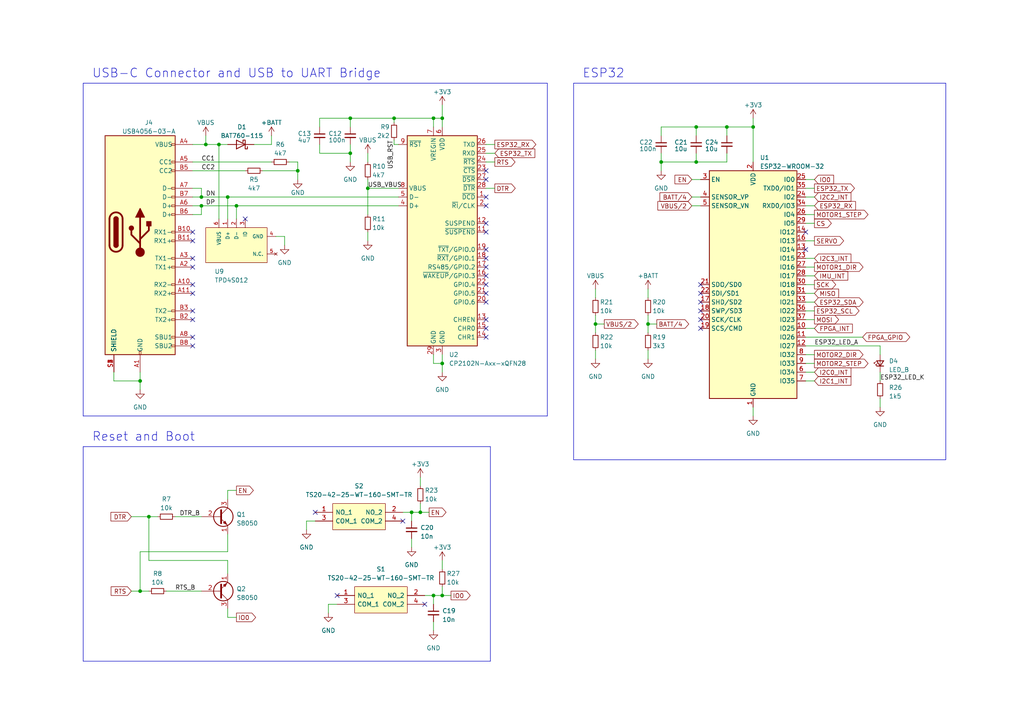
<source format=kicad_sch>
(kicad_sch (version 20230121) (generator eeschema)
  (paper "A4")
  (lib_symbols
    (symbol "Device:C_Small" (pin_numbers hide) (pin_names (offset 0.254) hide)
      (property "Reference" "C" (at 0.254 1.778 0))
      (property "Value" "C_Small" (at 0.254 -2.032 0))
      (symbol "C_Small_1_1"
        (pin passive line (at 0 2.54 270) (length 2.032) (name "~") (number "1"))
        (pin passive line (at 0 -2.54 90) (length 2.032) (name "~") (number "2"))
      )
    )
    (symbol "Device:D_Schottky" (pin_numbers hide) (pin_names (offset 1.016) hide)
      (property "Reference" "D" (at 0 2.54 0))
      (property "Value" "D_Schottky" (at 0 -2.54 0))
      (symbol "D_Schottky_1_1"
        (pin passive line (at -3.81 0 0) (length 2.54) (name "K") (number "1"))
        (pin passive line (at 3.81 0 180) (length 2.54) (name "A") (number "2"))
      )
    )
    (symbol "Device:LED_Small" (pin_numbers hide) (pin_names (offset 0.254) hide)
      (property "Reference" "D" (at -1.27 3.175 0))
      (property "Value" "LED_Small" (at -4.445 -2.54 0))
      (symbol "LED_Small_1_1"
        (pin passive line (at -2.54 0 0) (length 1.778) (name "K") (number "1"))
        (pin passive line (at 2.54 0 180) (length 1.778) (name "A") (number "2"))
      )
    )
    (symbol "Device:R_Small" (pin_numbers hide) (pin_names (offset 0.254) hide)
      (property "Reference" "R" (at 0.762 0.508 0))
      (property "Value" "R_Small" (at 0.762 -1.016 0))
      (symbol "R_Small_1_1"
        (pin passive line (at 0 2.54 270) (length 0.762) (name "~") (number "1"))
        (pin passive line (at 0 -2.54 90) (length 0.762) (name "~") (number "2"))
      )
    )
    (symbol "Interface_USB:CP2102N-Axx-xQFN28"
      (property "Reference" "U2" (at 1.9559 -33.02 0))
      (property "Value" "CP2102N-Axx-xQFN28" (at 1.9559 -35.56 0))
      (symbol "CP2102N-Axx-xQFN28_1_1"
        (pin input line (at 12.7 12.7 180) (length 2.54) (name "~{DCD}") (number "1"))
        (pin no_connect line (at -10.16 -27.94 0) (length 2.54) hide (name "NC") (number "10"))
        (pin output line (at 12.7 2.54 180) (length 2.54) (name "~{SUSPEND}") (number "11"))
        (pin output line (at 12.7 5.08 180) (length 2.54) (name "SUSPEND") (number "12"))
        (pin output line (at 12.7 -22.86 180) (length 2.54) (name "CHREN") (number "13"))
        (pin output line (at 12.7 -27.94 180) (length 2.54) (name "CHR1") (number "14"))
        (pin output line (at 12.7 -25.4 180) (length 2.54) (name "CHR0") (number "15"))
        (pin bidirectional line (at 12.7 -10.16 180) (length 2.54) (name "~{WAKEUP}/GPIO.3") (number "16"))
        (pin bidirectional line (at 12.7 -7.62 180) (length 2.54) (name "RS485/GPIO.2") (number "17"))
        (pin bidirectional line (at 12.7 -5.08 180) (length 2.54) (name "~{RXT}/GPIO.1") (number "18"))
        (pin bidirectional line (at 12.7 -2.54 180) (length 2.54) (name "~{TXT}/GPIO.0") (number "19"))
        (pin bidirectional line (at 12.7 10.16 180) (length 2.54) (name "~{RI}/CLK") (number "2"))
        (pin bidirectional line (at 12.7 -17.78 180) (length 2.54) (name "GPIO.6") (number "20"))
        (pin bidirectional line (at 12.7 -15.24 180) (length 2.54) (name "GPIO.5") (number "21"))
        (pin bidirectional line (at 12.7 -12.7 180) (length 2.54) (name "GPIO.4") (number "22"))
        (pin input line (at 12.7 20.32 180) (length 2.54) (name "~{CTS}") (number "23"))
        (pin output line (at 12.7 22.86 180) (length 2.54) (name "~{RTS}") (number "24"))
        (pin input line (at 12.7 25.4 180) (length 2.54) (name "RXD") (number "25"))
        (pin output line (at 12.7 27.94 180) (length 2.54) (name "TXD") (number "26"))
        (pin input line (at 12.7 17.78 180) (length 2.54) (name "~{DSR}") (number "27"))
        (pin output line (at 12.7 15.24 180) (length 2.54) (name "~{DTR}") (number "28"))
        (pin passive line (at -2.54 -33.02 90) (length 2.54) (name "GND") (number "29"))
        (pin power_in line (at 0 -33.02 90) (length 2.54) (name "GND") (number "3"))
        (pin bidirectional line (at -12.7 10.16 0) (length 2.54) (name "D+") (number "4"))
        (pin bidirectional line (at -12.7 12.7 0) (length 2.54) (name "D-") (number "5"))
        (pin power_in line (at 0 33.02 270) (length 2.54) (name "VDD") (number "6"))
        (pin power_in line (at -2.54 33.02 270) (length 2.54) (name "VREGIN") (number "7"))
        (pin input line (at -12.7 15.24 0) (length 2.54) (name "VBUS") (number "8"))
        (pin input line (at -12.7 27.94 0) (length 2.54) (name "~{RST}") (number "9"))
      )
    )
    (symbol "RF_Module:ESP32-WROOM-32"
      (property "Reference" "U" (at -12.7 34.29 0))
      (property "Value" "ESP32-WROOM-32" (at 1.27 34.29 0))
      (symbol "ESP32-WROOM-32_1_1"
        (pin power_in line (at 0 -35.56 90) (length 2.54) (name "GND") (number "1"))
        (pin bidirectional line (at 15.24 -12.7 180) (length 2.54) (name "IO25") (number "10"))
        (pin bidirectional line (at 15.24 -15.24 180) (length 2.54) (name "IO26") (number "11"))
        (pin bidirectional line (at 15.24 -17.78 180) (length 2.54) (name "IO27") (number "12"))
        (pin bidirectional line (at 15.24 10.16 180) (length 2.54) (name "IO14") (number "13"))
        (pin bidirectional line (at 15.24 15.24 180) (length 2.54) (name "IO12") (number "14"))
        (pin passive line (at 0 -35.56 90) (length 2.54) hide (name "GND") (number "15"))
        (pin bidirectional line (at 15.24 12.7 180) (length 2.54) (name "IO13") (number "16"))
        (pin bidirectional line (at -15.24 -5.08 0) (length 2.54) (name "SHD/SD2") (number "17"))
        (pin bidirectional line (at -15.24 -7.62 0) (length 2.54) (name "SWP/SD3") (number "18"))
        (pin bidirectional line (at -15.24 -12.7 0) (length 2.54) (name "SCS/CMD") (number "19"))
        (pin power_in line (at 0 35.56 270) (length 2.54) (name "VDD") (number "2"))
        (pin bidirectional line (at -15.24 -10.16 0) (length 2.54) (name "SCK/CLK") (number "20"))
        (pin bidirectional line (at -15.24 0 0) (length 2.54) (name "SDO/SD0") (number "21"))
        (pin bidirectional line (at -15.24 -2.54 0) (length 2.54) (name "SDI/SD1") (number "22"))
        (pin bidirectional line (at 15.24 7.62 180) (length 2.54) (name "IO15") (number "23"))
        (pin bidirectional line (at 15.24 25.4 180) (length 2.54) (name "IO2") (number "24"))
        (pin bidirectional line (at 15.24 30.48 180) (length 2.54) (name "IO0") (number "25"))
        (pin bidirectional line (at 15.24 20.32 180) (length 2.54) (name "IO4") (number "26"))
        (pin bidirectional line (at 15.24 5.08 180) (length 2.54) (name "IO16") (number "27"))
        (pin bidirectional line (at 15.24 2.54 180) (length 2.54) (name "IO17") (number "28"))
        (pin bidirectional line (at 15.24 17.78 180) (length 2.54) (name "IO5") (number "29"))
        (pin input line (at -15.24 30.48 0) (length 2.54) (name "EN") (number "3"))
        (pin bidirectional line (at 15.24 0 180) (length 2.54) (name "IO18") (number "30"))
        (pin bidirectional line (at 15.24 -2.54 180) (length 2.54) (name "IO19") (number "31"))
        (pin no_connect line (at -12.7 -27.94 0) (length 2.54) hide (name "NC") (number "32"))
        (pin bidirectional line (at 15.24 -5.08 180) (length 2.54) (name "IO21") (number "33"))
        (pin bidirectional line (at 15.24 22.86 180) (length 2.54) (name "RXD0/IO3") (number "34"))
        (pin bidirectional line (at 15.24 27.94 180) (length 2.54) (name "TXD0/IO1") (number "35"))
        (pin bidirectional line (at 15.24 -7.62 180) (length 2.54) (name "IO22") (number "36"))
        (pin bidirectional line (at 15.24 -10.16 180) (length 2.54) (name "IO23") (number "37"))
        (pin passive line (at 0 -35.56 90) (length 2.54) hide (name "GND") (number "38"))
        (pin passive line (at 0 -35.56 90) (length 2.54) hide (name "GND") (number "39"))
        (pin input line (at -15.24 25.4 0) (length 2.54) (name "SENSOR_VP") (number "4"))
        (pin input line (at -15.24 22.86 0) (length 2.54) (name "SENSOR_VN") (number "5"))
        (pin input line (at 15.24 -25.4 180) (length 2.54) (name "IO34") (number "6"))
        (pin input line (at 15.24 -27.94 180) (length 2.54) (name "IO35") (number "7"))
        (pin bidirectional line (at 15.24 -20.32 180) (length 2.54) (name "IO32") (number "8"))
        (pin bidirectional line (at 15.24 -22.86 180) (length 2.54) (name "IO33") (number "9"))
      )
    )
    (symbol "TPD4S012:TPD4S012" (pin_names (offset 1.016))
      (property "Reference" "U" (at 1.27 -8.89 0))
      (property "Value" "TPD4S012" (at 1.27 -11.43 0))
      (symbol "TPD4S012_0_0"
        (pin bidirectional line (at -2.54 7.62 270) (length 2.54) (name "D+") (number "1"))
        (pin bidirectional line (at 0 7.62 270) (length 2.54) (name "D-") (number "2"))
        (pin bidirectional line (at 2.54 7.62 270) (length 2.54) (name "ID") (number "3"))
        (pin power_in line (at 11.43 2.54 180) (length 2.54) (name "GND") (number "4"))
        (pin no_connect line (at 11.43 -2.54 180) (length 2.54) (name "N.C.") (number "5"))
        (pin bidirectional line (at -5.08 7.62 270) (length 2.54) (name "VBUS") (number "6"))
      )
    )
    (symbol "TS20-42-25-WT-160-SMT-TR:TS20-42-25-WT-160-SMT-TR" (pin_names (offset 0.762))
      (property "Reference" "S" (at 26.67 7.62 0))
      (property "Value" "TS20-42-25-WT-160-SMT-TR" (at 26.67 5.08 0))
      (symbol "TS20-42-25-WT-160-SMT-TR_0_0"
        (pin passive line (at 5.08 0 0) (length 5.08) (name "NO_1") (number "1"))
        (pin passive line (at 30.48 0 180) (length 5.08) (name "NO_2") (number "2"))
        (pin passive line (at 5.08 -2.54 0) (length 5.08) (name "COM_1") (number "3"))
        (pin passive line (at 30.48 -2.54 180) (length 5.08) (name "COM_2") (number "4"))
      )
    )
    (symbol "Transistor_BJT:S8050" (pin_names (offset 0) hide)
      (property "Reference" "Q" (at 5.08 1.905 0))
      (property "Value" "S8050" (at 5.08 0 0))
      (symbol "S8050_1_1"
        (pin passive line (at 2.54 -5.08 90) (length 2.54) (name "E") (number "1"))
        (pin input line (at -5.08 0 0) (length 5.08) (name "B") (number "2"))
        (pin passive line (at 2.54 5.08 270) (length 2.54) (name "C") (number "3"))
      )
    )
    (symbol "USB4056-03-A:USB4056-03-A" (pin_names (offset 0.762))
      (property "Reference" "J" (at -8.89 36.195 0))
      (property "Value" "USB4056-03-A" (at -8.89 33.655 0))
      (symbol "USB4056-03-A_1_1"
        (pin passive line (at -1.27 -36.83 90) (length 5.08) (name "GND") (number "A1"))
        (pin bidirectional line (at 13.97 -11.43 180) (length 5.08) (name "RX2-") (number "A10"))
        (pin bidirectional line (at 13.97 -13.97 180) (length 5.08) (name "RX2+") (number "A11"))
        (pin passive line (at -1.27 -36.83 90) (length 5.08) hide (name "GND") (number "A12"))
        (pin bidirectional line (at 13.97 -6.35 180) (length 5.08) (name "TX1+") (number "A2"))
        (pin bidirectional line (at 13.97 -3.81 180) (length 5.08) (name "TX1-") (number "A3"))
        (pin passive line (at 13.97 29.21 180) (length 5.08) (name "VBUS") (number "A4"))
        (pin bidirectional line (at 13.97 24.13 180) (length 5.08) (name "CC1") (number "A5"))
        (pin bidirectional line (at 13.97 11.43 180) (length 5.08) (name "D+") (number "A6"))
        (pin bidirectional line (at 13.97 16.51 180) (length 5.08) (name "D-") (number "A7"))
        (pin bidirectional line (at 13.97 -26.67 180) (length 5.08) (name "SBU1") (number "A8"))
        (pin passive line (at 13.97 29.21 180) (length 5.08) hide (name "VBUS") (number "A9"))
        (pin passive line (at -1.27 -36.83 90) (length 5.08) hide (name "GND") (number "B1"))
        (pin bidirectional line (at 13.97 3.81 180) (length 5.08) (name "RX1-") (number "B10"))
        (pin bidirectional line (at 13.97 1.27 180) (length 5.08) (name "RX1+") (number "B11"))
        (pin passive line (at -1.27 -36.83 90) (length 5.08) hide (name "GND") (number "B12"))
        (pin bidirectional line (at 13.97 -21.59 180) (length 5.08) (name "TX2+") (number "B2"))
        (pin bidirectional line (at 13.97 -19.05 180) (length 5.08) (name "TX2-") (number "B3"))
        (pin passive line (at 13.97 29.21 180) (length 5.08) hide (name "VBUS") (number "B4"))
        (pin bidirectional line (at 13.97 21.59 180) (length 5.08) (name "CC2") (number "B5"))
        (pin bidirectional line (at 13.97 8.89 180) (length 5.08) (name "D+") (number "B6"))
        (pin bidirectional line (at 13.97 13.97 180) (length 5.08) (name "D-") (number "B7"))
        (pin bidirectional line (at 13.97 -29.21 180) (length 5.08) (name "SBU2") (number "B8"))
        (pin passive line (at 13.97 29.21 180) (length 5.08) hide (name "VBUS") (number "B9"))
        (pin passive line (at -8.89 -36.83 90) (length 5.08) (name "SHIELD") (number "S1"))
        (pin passive line (at -8.89 -36.83 90) (length 5.08) (name "SHIELD") (number "S2"))
        (pin passive line (at -8.89 -36.83 90) (length 5.08) (name "SHIELD") (number "S3"))
        (pin passive line (at -8.89 -36.83 90) (length 5.08) (name "SHIELD") (number "S4"))
      )
    )
    (symbol "power:+3V3" (power) (pin_names (offset 0))
      (property "Value" "+3V3" (at 0 3.556 0))
      (symbol "+3V3_1_1"
        (pin power_in line (at 0 0 90) (length 0) hide (name "+3V3") (number "1"))
      )
    )
    (symbol "power:+BATT" (power) (pin_names (offset 0))
      (property "Value" "+BATT" (at 0 3.556 0))
      (symbol "+BATT_1_1"
        (pin power_in line (at 0 0 90) (length 0) hide (name "+BATT") (number "1"))
      )
    )
    (symbol "power:GND" (power) (pin_names (offset 0))
      (property "Value" "GND" (at 0 -3.81 0))
      (symbol "GND_1_1"
        (pin power_in line (at 0 0 270) (length 0) hide (name "GND") (number "1"))
      )
    )
    (symbol "power:VBUS" (power) (pin_names (offset 0))
      (property "Value" "VBUS" (at 0 3.81 0))
      (symbol "VBUS_1_1"
        (pin power_in line (at 0 0 90) (length 0) hide (name "VBUS") (number "1"))
      )
    )
  )
  (junction (at 125.73 34.29))
  (junction (at 121.92 148.59))
  (junction (at 86.36 49.53))
  (junction (at 201.93 36.83))
  (junction (at 58.42 57.15))
  (junction (at 63.5 41.91))
  (junction (at 191.77 46.99))
  (junction (at 128.27 34.29))
  (junction (at 218.44 36.83))
  (junction (at 101.6 34.29))
  (junction (at 43.18 149.86))
  (junction (at 68.58 59.69))
  (junction (at 106.68 54.61))
  (junction (at 114.3 34.29))
  (junction (at 40.64 110.49))
  (junction (at 128.27 105.41))
  (junction (at 58.42 59.69))
  (junction (at 119.38 148.59))
  (junction (at 187.96 93.98))
  (junction (at 172.72 93.98))
  (junction (at 40.64 171.45))
  (junction (at 101.6 44.45))
  (junction (at 66.04 57.15))
  (junction (at 59.69 41.91))
  (junction (at 128.27 172.72))
  (junction (at 125.73 172.72))
  (junction (at 210.82 36.83))
  (junction (at 201.93 46.99))
  (no_connect (at 55.88 90.17))
  (no_connect (at 140.97 74.93))
  (no_connect (at 140.97 67.31))
  (no_connect (at 233.68 67.31))
  (no_connect (at 203.2 95.25))
  (no_connect (at 140.97 57.15))
  (no_connect (at 140.97 87.63))
  (no_connect (at 55.88 100.33))
  (no_connect (at 91.44 148.59))
  (no_connect (at 140.97 59.69))
  (no_connect (at 233.68 72.39))
  (no_connect (at 55.88 92.71))
  (no_connect (at 55.88 85.09))
  (no_connect (at 55.88 97.79))
  (no_connect (at 123.19 175.26))
  (no_connect (at 55.88 74.93))
  (no_connect (at 203.2 87.63))
  (no_connect (at 203.2 90.17))
  (no_connect (at 55.88 69.85))
  (no_connect (at 55.88 82.55))
  (no_connect (at 140.97 80.01))
  (no_connect (at 203.2 82.55))
  (no_connect (at 203.2 85.09))
  (no_connect (at 140.97 72.39))
  (no_connect (at 97.79 172.72))
  (no_connect (at 140.97 92.71))
  (no_connect (at 203.2 92.71))
  (no_connect (at 140.97 77.47))
  (no_connect (at 140.97 95.25))
  (no_connect (at 140.97 49.53))
  (no_connect (at 116.84 151.13))
  (no_connect (at 140.97 64.77))
  (no_connect (at 55.88 67.31))
  (no_connect (at 71.12 63.5))
  (no_connect (at 55.88 77.47))
  (no_connect (at 140.97 52.07))
  (no_connect (at 140.97 97.79))
  (no_connect (at 140.97 82.55))
  (no_connect (at 140.97 85.09))
  (wire (pts (xy 66.04 41.91) (xy 63.5 41.91)))
  (wire (pts (xy 38.1 171.45) (xy 40.64 171.45)))
  (wire (pts (xy 114.3 41.91) (xy 115.57 41.91)))
  (wire (pts (xy 66.04 57.15) (xy 66.04 63.5)))
  (wire (pts (xy 106.68 54.61) (xy 106.68 52.07)))
  (wire (pts (xy 191.77 36.83) (xy 201.93 36.83)))
  (wire (pts (xy 210.82 36.83) (xy 218.44 36.83)))
  (wire (pts (xy 236.22 54.61) (xy 233.68 54.61)))
  (wire (pts (xy 172.72 83.82) (xy 172.72 86.36)))
  (wire (pts (xy 201.93 36.83) (xy 210.82 36.83)))
  (wire (pts (xy 191.77 46.99) (xy 191.77 49.53)))
  (wire (pts (xy 66.04 179.07) (xy 66.04 176.53)))
  (wire (pts (xy 88.9 151.13) (xy 91.44 151.13)))
  (wire (pts (xy 236.22 64.77) (xy 233.68 64.77)))
  (wire (pts (xy 200.66 57.15) (xy 203.2 57.15)))
  (wire (pts (xy 58.42 57.15) (xy 66.04 57.15)))
  (wire (pts (xy 116.84 148.59) (xy 119.38 148.59)))
  (wire (pts (xy 55.88 62.23) (xy 58.42 62.23)))
  (wire (pts (xy 201.93 44.45) (xy 201.93 46.99)))
  (wire (pts (xy 86.36 46.99) (xy 86.36 49.53)))
  (wire (pts (xy 187.96 104.14) (xy 187.96 101.6)))
  (wire (pts (xy 63.5 63.5) (xy 63.5 41.91)))
  (wire (pts (xy 236.22 105.41) (xy 233.68 105.41)))
  (wire (pts (xy 66.04 166.37) (xy 66.04 162.56)))
  (wire (pts (xy 68.58 59.69) (xy 115.57 59.69)))
  (polyline (pts (xy 142.24 191.77) (xy 24.13 191.77)))
  (wire (pts (xy 128.27 107.95) (xy 128.27 105.41)))
  (wire (pts (xy 95.25 175.26) (xy 97.79 175.26)))
  (wire (pts (xy 187.96 93.98) (xy 190.5 93.98)))
  (wire (pts (xy 128.27 162.56) (xy 128.27 165.1)))
  (wire (pts (xy 58.42 59.69) (xy 58.42 62.23)))
  (wire (pts (xy 128.27 172.72) (xy 130.81 172.72)))
  (wire (pts (xy 43.18 149.86) (xy 45.72 149.86)))
  (wire (pts (xy 82.55 71.12) (xy 82.55 68.58)))
  (wire (pts (xy 106.68 54.61) (xy 106.68 62.23)))
  (wire (pts (xy 187.96 83.82) (xy 187.96 86.36)))
  (wire (pts (xy 172.72 104.14) (xy 172.72 101.6)))
  (wire (pts (xy 187.96 93.98) (xy 187.96 96.52)))
  (wire (pts (xy 236.22 82.55) (xy 233.68 82.55)))
  (polyline (pts (xy 158.75 120.65) (xy 24.13 120.65)))
  (wire (pts (xy 78.74 41.91) (xy 73.66 41.91)))
  (wire (pts (xy 236.22 80.01) (xy 233.68 80.01)))
  (wire (pts (xy 101.6 34.29) (xy 114.3 34.29)))
  (wire (pts (xy 68.58 142.24) (xy 66.04 142.24)))
  (wire (pts (xy 172.72 93.98) (xy 172.72 96.52)))
  (wire (pts (xy 236.22 92.71) (xy 233.68 92.71)))
  (wire (pts (xy 106.68 69.85) (xy 106.68 67.31)))
  (wire (pts (xy 125.73 105.41) (xy 128.27 105.41)))
  (polyline (pts (xy 24.13 24.13) (xy 158.75 24.13)))
  (wire (pts (xy 59.69 41.91) (xy 59.69 39.37)))
  (wire (pts (xy 210.82 36.83) (xy 210.82 39.37)))
  (wire (pts (xy 236.22 107.95) (xy 233.68 107.95)))
  (wire (pts (xy 125.73 172.72) (xy 125.73 175.26)))
  (wire (pts (xy 58.42 59.69) (xy 68.58 59.69)))
  (wire (pts (xy 106.68 44.45) (xy 106.68 46.99)))
  (wire (pts (xy 218.44 36.83) (xy 218.44 46.99)))
  (wire (pts (xy 119.38 148.59) (xy 121.92 148.59)))
  (wire (pts (xy 43.18 149.86) (xy 43.18 162.56)))
  (wire (pts (xy 128.27 34.29) (xy 128.27 36.83)))
  (wire (pts (xy 128.27 170.18) (xy 128.27 172.72)))
  (wire (pts (xy 66.04 154.94) (xy 66.04 160.02)))
  (wire (pts (xy 40.64 110.49) (xy 33.02 110.49)))
  (wire (pts (xy 125.73 36.83) (xy 125.73 34.29)))
  (wire (pts (xy 123.19 172.72) (xy 125.73 172.72)))
  (wire (pts (xy 125.73 34.29) (xy 114.3 34.29)))
  (wire (pts (xy 95.25 177.8) (xy 95.25 175.26)))
  (wire (pts (xy 80.01 68.58) (xy 82.55 68.58)))
  (wire (pts (xy 68.58 179.07) (xy 66.04 179.07)))
  (wire (pts (xy 40.64 171.45) (xy 43.18 171.45)))
  (polyline (pts (xy 274.32 133.35) (xy 166.37 133.35)))
  (wire (pts (xy 200.66 52.07) (xy 203.2 52.07)))
  (wire (pts (xy 66.04 142.24) (xy 66.04 144.78)))
  (wire (pts (xy 218.44 34.29) (xy 218.44 36.83)))
  (wire (pts (xy 119.38 156.21) (xy 119.38 158.75)))
  (polyline (pts (xy 24.13 129.54) (xy 142.24 129.54)))
  (wire (pts (xy 40.64 113.03) (xy 40.64 110.49)))
  (wire (pts (xy 236.22 110.49) (xy 233.68 110.49)))
  (wire (pts (xy 125.73 172.72) (xy 128.27 172.72)))
  (wire (pts (xy 143.51 44.45) (xy 140.97 44.45)))
  (wire (pts (xy 92.71 44.45) (xy 101.6 44.45)))
  (wire (pts (xy 66.04 162.56) (xy 43.18 162.56)))
  (wire (pts (xy 236.22 74.93) (xy 233.68 74.93)))
  (wire (pts (xy 55.88 54.61) (xy 58.42 54.61)))
  (wire (pts (xy 236.22 85.09) (xy 233.68 85.09)))
  (wire (pts (xy 125.73 34.29) (xy 128.27 34.29)))
  (wire (pts (xy 50.8 149.86) (xy 58.42 149.86)))
  (wire (pts (xy 236.22 59.69) (xy 233.68 59.69)))
  (polyline (pts (xy 158.75 24.13) (xy 158.75 120.65)))
  (wire (pts (xy 233.68 97.79) (xy 250.19 97.79)))
  (wire (pts (xy 191.77 39.37) (xy 191.77 36.83)))
  (wire (pts (xy 40.64 160.02) (xy 40.64 171.45)))
  (wire (pts (xy 33.02 110.49) (xy 33.02 107.95)))
  (wire (pts (xy 121.92 146.05) (xy 121.92 148.59)))
  (wire (pts (xy 218.44 120.65) (xy 218.44 118.11)))
  (wire (pts (xy 255.27 102.87) (xy 255.27 100.33)))
  (wire (pts (xy 101.6 44.45) (xy 101.6 41.91)))
  (polyline (pts (xy 166.37 24.13) (xy 274.32 24.13)))
  (wire (pts (xy 210.82 46.99) (xy 210.82 44.45)))
  (wire (pts (xy 38.1 149.86) (xy 43.18 149.86)))
  (wire (pts (xy 191.77 44.45) (xy 191.77 46.99)))
  (wire (pts (xy 66.04 160.02) (xy 40.64 160.02)))
  (wire (pts (xy 101.6 46.99) (xy 101.6 44.45)))
  (wire (pts (xy 114.3 40.64) (xy 114.3 41.91)))
  (wire (pts (xy 200.66 59.69) (xy 203.2 59.69)))
  (wire (pts (xy 78.74 39.37) (xy 78.74 41.91)))
  (wire (pts (xy 88.9 153.67) (xy 88.9 151.13)))
  (wire (pts (xy 143.51 41.91) (xy 140.97 41.91)))
  (wire (pts (xy 236.22 52.07) (xy 233.68 52.07)))
  (wire (pts (xy 236.22 57.15) (xy 233.68 57.15)))
  (polyline (pts (xy 24.13 129.54) (xy 24.13 191.77)))
  (wire (pts (xy 55.88 59.69) (xy 58.42 59.69)))
  (polyline (pts (xy 142.24 129.54) (xy 142.24 191.77)))
  (wire (pts (xy 66.04 57.15) (xy 115.57 57.15)))
  (wire (pts (xy 59.69 41.91) (xy 63.5 41.91)))
  (wire (pts (xy 201.93 46.99) (xy 191.77 46.99)))
  (wire (pts (xy 236.22 62.23) (xy 233.68 62.23)))
  (wire (pts (xy 125.73 180.34) (xy 125.73 182.88)))
  (wire (pts (xy 114.3 34.29) (xy 114.3 35.56)))
  (wire (pts (xy 236.22 69.85) (xy 233.68 69.85)))
  (wire (pts (xy 92.71 36.83) (xy 92.71 34.29)))
  (wire (pts (xy 201.93 46.99) (xy 210.82 46.99)))
  (wire (pts (xy 187.96 91.44) (xy 187.96 93.98)))
  (wire (pts (xy 121.92 148.59) (xy 124.46 148.59)))
  (wire (pts (xy 143.51 46.99) (xy 140.97 46.99)))
  (wire (pts (xy 55.88 46.99) (xy 78.74 46.99)))
  (wire (pts (xy 68.58 59.69) (xy 68.58 63.5)))
  (wire (pts (xy 101.6 34.29) (xy 101.6 36.83)))
  (wire (pts (xy 236.22 90.17) (xy 233.68 90.17)))
  (wire (pts (xy 255.27 118.11) (xy 255.27 115.57)))
  (wire (pts (xy 119.38 148.59) (xy 119.38 151.13)))
  (wire (pts (xy 92.71 34.29) (xy 101.6 34.29)))
  (wire (pts (xy 128.27 30.48) (xy 128.27 34.29)))
  (wire (pts (xy 172.72 91.44) (xy 172.72 93.98)))
  (wire (pts (xy 128.27 102.87) (xy 128.27 105.41)))
  (wire (pts (xy 125.73 102.87) (xy 125.73 105.41)))
  (wire (pts (xy 58.42 54.61) (xy 58.42 57.15)))
  (wire (pts (xy 236.22 102.87) (xy 233.68 102.87)))
  (polyline (pts (xy 166.37 24.13) (xy 166.37 133.35)))
  (wire (pts (xy 55.88 49.53) (xy 71.12 49.53)))
  (wire (pts (xy 106.68 54.61) (xy 115.57 54.61)))
  (polyline (pts (xy 24.13 24.13) (xy 24.13 120.65)))
  (wire (pts (xy 86.36 52.07) (xy 86.36 49.53)))
  (wire (pts (xy 55.88 41.91) (xy 59.69 41.91)))
  (polyline (pts (xy 274.32 24.13) (xy 274.32 133.35)))
  (wire (pts (xy 121.92 138.43) (xy 121.92 140.97)))
  (wire (pts (xy 201.93 39.37) (xy 201.93 36.83)))
  (wire (pts (xy 92.71 41.91) (xy 92.71 44.45)))
  (wire (pts (xy 143.51 54.61) (xy 140.97 54.61)))
  (wire (pts (xy 255.27 107.95) (xy 255.27 110.49)))
  (wire (pts (xy 48.26 171.45) (xy 58.42 171.45)))
  (wire (pts (xy 172.72 93.98) (xy 175.26 93.98)))
  (wire (pts (xy 83.82 46.99) (xy 86.36 46.99)))
  (wire (pts (xy 236.22 77.47) (xy 233.68 77.47)))
  (wire (pts (xy 55.88 57.15) (xy 58.42 57.15)))
  (wire (pts (xy 255.27 100.33) (xy 233.68 100.33)))
  (wire (pts (xy 236.22 87.63) (xy 233.68 87.63)))
  (wire (pts (xy 86.36 49.53) (xy 76.2 49.53)))
  (wire (pts (xy 40.64 107.95) (xy 40.64 110.49)))
  (wire (pts (xy 233.68 95.25) (xy 236.22 95.25)))
  (text "USB-C Connector and USB to UART Bridge" (at 26.67 22.86 0) (effects (font (size 2.54 2.54)) (justify left bottom)))
  (text "Reset and Boot" (at 26.67 128.27 0) (effects (font (size 2.54 2.54)) (justify left bottom)))
  (text "ESP32" (at 168.91 22.86 0) (effects (font (size 2.54 2.54)) (justify left bottom)))
  (label "DN" (at 59.69 57.15 0))
  (label "CC2" (at 58.42 49.53 0))
  (label "DTR_B" (at 52.07 149.86 0))
  (label "ESP32_LED_A" (at 236.22 100.33 0))
  (label "ESP32_LED_K" (at 255.27 110.49 0))
  (label "RTS_B" (at 50.8 171.45 0))
  (label "USB_RST" (at 114.3 40.64 270))
  (label "CC1" (at 58.42 46.99 0))
  (label "USB_VBUS" (at 106.68 54.61 0))
  (label "DP" (at 59.69 59.69 0))
  (global_label "IMU_INT" (shape input) (at 236.22 80.01 0) (property "Intersheetrefs" "${INTERSHEET_REFS}" (effects hide)))
  (global_label "IO0" (shape output) (at 130.81 172.72 0) (property "Intersheetrefs" "${INTERSHEET_REFS}" (effects hide)))
  (global_label "I2C2_INT" (shape input) (at 236.22 57.15 0) (property "Intersheetrefs" "${INTERSHEET_REFS}" (effects hide)))
  (global_label "FPGA_INT" (shape input) (at 236.22 95.25 0) (property "Intersheetrefs" "${INTERSHEET_REFS}" (effects hide)))
  (global_label "ESP32_TX" (shape input) (at 143.51 44.45 0) (property "Intersheetrefs" "${INTERSHEET_REFS}" (effects hide)))
  (global_label "MISO" (shape input) (at 236.22 85.09 0) (property "Intersheetrefs" "${INTERSHEET_REFS}" (effects hide)))
  (global_label "SERVO" (shape output) (at 236.22 69.85 0) (property "Intersheetrefs" "${INTERSHEET_REFS}" (effects hide)))
  (global_label "MOTOR1_DIR" (shape output) (at 236.22 77.47 0) (property "Intersheetrefs" "${INTERSHEET_REFS}" (effects hide)))
  (global_label "EN" (shape input) (at 200.66 52.07 180) (property "Intersheetrefs" "${INTERSHEET_REFS}" (effects hide)))
  (global_label "VBUS{slash}2" (shape output) (at 175.26 93.98 0) (property "Intersheetrefs" "${INTERSHEET_REFS}" (effects hide)))
  (global_label "ESP32_RX" (shape input) (at 236.22 59.69 0) (property "Intersheetrefs" "${INTERSHEET_REFS}" (effects hide)))
  (global_label "ESP32_RX" (shape output) (at 143.51 41.91 0) (property "Intersheetrefs" "${INTERSHEET_REFS}" (effects hide)))
  (global_label "ESP32_SDA" (shape bidirectional) (at 236.22 87.63 0) (property "Intersheetrefs" "${INTERSHEET_REFS}" (effects hide)))
  (global_label "I2C3_INT" (shape input) (at 236.22 74.93 0) (property "Intersheetrefs" "${INTERSHEET_REFS}" (effects hide)))
  (global_label "IO0" (shape output) (at 68.58 179.07 0) (property "Intersheetrefs" "${INTERSHEET_REFS}" (effects hide)))
  (global_label "VBUS{slash}2" (shape input) (at 200.66 59.69 180) (property "Intersheetrefs" "${INTERSHEET_REFS}" (effects hide)))
  (global_label "I2C0_INT" (shape input) (at 236.22 107.95 0) (property "Intersheetrefs" "${INTERSHEET_REFS}" (effects hide)))
  (global_label "EN" (shape output) (at 124.46 148.59 0) (property "Intersheetrefs" "${INTERSHEET_REFS}" (effects hide)))
  (global_label "EN" (shape output) (at 68.58 142.24 0) (property "Intersheetrefs" "${INTERSHEET_REFS}" (effects hide)))
  (global_label "MOTOR2_DIR" (shape output) (at 236.22 102.87 0) (property "Intersheetrefs" "${INTERSHEET_REFS}" (effects hide)))
  (global_label "FPGA_GPIO" (shape bidirectional) (at 250.19 97.79 0) (property "Intersheetrefs" "${INTERSHEET_REFS}" (effects hide)))
  (global_label "BATT{slash}4" (shape input) (at 200.66 57.15 180) (property "Intersheetrefs" "${INTERSHEET_REFS}" (effects hide)))
  (global_label "SCK" (shape output) (at 236.22 82.55 0) (property "Intersheetrefs" "${INTERSHEET_REFS}" (effects hide)))
  (global_label "IO0" (shape input) (at 236.22 52.07 0) (property "Intersheetrefs" "${INTERSHEET_REFS}" (effects hide)))
  (global_label "DTR" (shape output) (at 143.51 54.61 0) (property "Intersheetrefs" "${INTERSHEET_REFS}" (effects hide)))
  (global_label "MOTOR1_STEP" (shape output) (at 236.22 62.23 0) (property "Intersheetrefs" "${INTERSHEET_REFS}" (effects hide)))
  (global_label "I2C1_INT" (shape input) (at 236.22 110.49 0) (property "Intersheetrefs" "${INTERSHEET_REFS}" (effects hide)))
  (global_label "BATT{slash}4" (shape output) (at 190.5 93.98 0) (property "Intersheetrefs" "${INTERSHEET_REFS}" (effects hide)))
  (global_label "CS" (shape output) (at 236.22 64.77 0) (property "Intersheetrefs" "${INTERSHEET_REFS}" (effects hide)))
  (global_label "DTR" (shape input) (at 38.1 149.86 180) (property "Intersheetrefs" "${INTERSHEET_REFS}" (effects hide)))
  (global_label "MOTOR2_STEP" (shape output) (at 236.22 105.41 0) (property "Intersheetrefs" "${INTERSHEET_REFS}" (effects hide)))
  (global_label "ESP32_TX" (shape output) (at 236.22 54.61 0) (property "Intersheetrefs" "${INTERSHEET_REFS}" (effects hide)))
  (global_label "MOSI" (shape output) (at 236.22 92.71 0) (property "Intersheetrefs" "${INTERSHEET_REFS}" (effects hide)))
  (global_label "RTS" (shape input) (at 38.1 171.45 180) (property "Intersheetrefs" "${INTERSHEET_REFS}" (effects hide)))
  (global_label "RTS" (shape output) (at 143.51 46.99 0) (property "Intersheetrefs" "${INTERSHEET_REFS}" (effects hide)))
  (global_label "ESP32_SCL" (shape output) (at 236.22 90.17 0) (property "Intersheetrefs" "${INTERSHEET_REFS}" (effects hide)))
  (symbol (lib_id "Device:D_Schottky") (at 69.85 41.91 180) (unit 1)
    (property "Reference" "D1" (at 70.1675 36.83 0))
    (property "Value" "BAT760-115" (at 70.1675 39.37 0))
    (property "Footprint" "Diode_SMD:D_SOD-323" (effects hide))
    (instances (project "DE10-lite_shield" (path "" (reference "D1") (unit 1)) (path "" (reference "D1") (unit 1)) (path "" (reference "D6") (unit 1)) (path "" (reference "D1") (unit 1))))
  )
  (symbol (lib_id "power:VBUS") (at 172.72 83.82 0) (unit 1)
    (property "Reference" "#PWR063" (effects hide))
    (property "Value" "VBUS" (at 172.72 80.01 0))
    (instances (project "DE10-lite_shield" (path "" (reference "#PWR063") (unit 1)) (path "" (reference "#PWR02") (unit 1)) (path "" (reference "#PWR090") (unit 1)) (path "" (reference "#PWR075") (unit 1))))
  )
  (symbol (lib_id "Device:R_Small") (at 106.68 64.77 0) (mirror y) (unit 1)
    (property "Reference" "R11" (at 107.95 63.5 0) (effects (justify right)))
    (property "Value" "10k" (at 107.95 66.04 0) (effects (justify right)))
    (property "Footprint" "Resistor_SMD:R_0402_1005Metric" (effects hide))
    (instances (project "DE10-lite_shield" (path "" (reference "R11") (unit 1)) (path "" (reference "R10") (unit 1)) (path "" (reference "R34") (unit 1)) (path "" (reference "R16") (unit 1))))
  )
  (symbol (lib_id "Device:C_Small") (at 119.38 153.67 0) (unit 1)
    (property "Reference" "C20" (at 121.92 153.0413 0) (effects (justify left)))
    (property "Value" "10n" (at 121.92 155.5813 0) (effects (justify left)))
    (property "Footprint" "Capacitor_SMD:C_0402_1005Metric" (effects hide))
    (instances (project "DE10-lite_shield" (path "" (reference "C20") (unit 1)) (path "" (reference "C14") (unit 1))) (project "ViRG0_PCB" (path "" (reference "C4") (unit 1))))
  )
  (symbol (lib_id "power:GND") (at 125.73 182.88 0) (unit 1)
    (property "Reference" "#PWR054" (effects hide))
    (property "Value" "GND" (at 125.73 187.96 0))
    (instances (project "DE10-lite_shield" (path "" (reference "#PWR054") (unit 1)) (path "" (reference "#PWR048") (unit 1))) (project "ViRG0_PCB" (path "" (reference "#PWR011") (unit 1))))
  )
  (symbol (lib_id "power:GND") (at 101.6 46.99 0) (unit 1)
    (property "Reference" "#PWR043" (effects hide))
    (property "Value" "GND" (at 101.6 52.07 0))
    (instances (project "DE10-lite_shield" (path "" (reference "#PWR043") (unit 1)) (path "" (reference "#PWR040") (unit 1)) (path "" (reference "#PWR085") (unit 1)) (path "" (reference "#PWR047") (unit 1))))
  )
  (symbol (lib_id "Device:R_Small") (at 106.68 49.53 0) (mirror y) (unit 1)
    (property "Reference" "R10" (at 107.95 48.26 0) (effects (justify right)))
    (property "Value" "4k7" (at 107.95 50.8 0) (effects (justify right)))
    (property "Footprint" "Resistor_SMD:R_0402_1005Metric" (effects hide))
    (instances (project "DE10-lite_shield" (path "" (reference "R10") (unit 1)) (path "" (reference "R9") (unit 1)) (path "" (reference "R33") (unit 1)) (path "" (reference "R15") (unit 1))))
  )
  (symbol (lib_id "Device:R_Small") (at 255.27 113.03 0) (unit 1)
    (property "Reference" "R26" (at 257.81 112.395 0) (effects (justify left)))
    (property "Value" "1k5" (at 257.81 114.935 0) (effects (justify left)))
    (property "Footprint" "Resistor_SMD:R_0402_1005Metric" (effects hide))
    (instances (project "DE10-lite_shield" (path "" (reference "R26") (unit 1)) (path "" (reference "R26") (unit 1)) (path "" (reference "R40") (unit 1)) (path "" (reference "R48") (unit 1))))
  )
  (symbol (lib_id "power:VBUS") (at 106.68 44.45 0) (unit 1)
    (property "Reference" "#PWR013" (effects hide))
    (property "Value" "VBUS" (at 106.68 40.64 0))
    (instances (project "DE10-lite_shield" (path "" (reference "#PWR013") (unit 1)) (path "" (reference "#PWR041") (unit 1)) (path "" (reference "#PWR086") (unit 1)) (path "" (reference "#PWR057") (unit 1))))
  )
  (symbol (lib_id "Device:R_Small") (at 45.72 171.45 90) (unit 1)
    (property "Reference" "R8" (at 45.72 166.37 90))
    (property "Value" "10k" (at 45.72 168.91 90))
    (property "Footprint" "Resistor_SMD:R_0402_1005Metric" (effects hide))
    (instances (project "DE10-lite_shield" (path "" (reference "R8") (unit 1)) (path "" (reference "R7") (unit 1)) (path "" (reference "R41") (unit 1)) (path "" (reference "R11") (unit 1))))
  )
  (symbol (lib_id "Device:R_Small") (at 172.72 99.06 0) (mirror y) (unit 1)
    (property "Reference" "R22" (at 173.99 97.79 0) (effects (justify right)))
    (property "Value" "10k" (at 173.99 100.33 0) (effects (justify right)))
    (property "Footprint" "Resistor_SMD:R_0402_1005Metric" (effects hide))
    (instances (project "DE10-lite_shield" (path "" (reference "R22") (unit 1)) (path "" (reference "R20") (unit 1)) (path "" (reference "R37") (unit 1)) (path "" (reference "R43") (unit 1))))
  )
  (symbol (lib_id "Device:R_Small") (at 187.96 88.9 0) (mirror y) (unit 1)
    (property "Reference" "R20" (at 189.23 87.63 0) (effects (justify right)))
    (property "Value" "10k" (at 189.23 90.17 0) (effects (justify right)))
    (property "Footprint" "Resistor_SMD:R_0402_1005Metric" (effects hide))
    (instances (project "DE10-lite_shield" (path "" (reference "R20") (unit 1)) (path "" (reference "R21") (unit 1)) (path "" (reference "R38") (unit 1)) (path "" (reference "R45") (unit 1))))
  )
  (symbol (lib_id "RF_Module:ESP32-WROOM-32") (at 218.44 82.55 0) (unit 1)
    (property "Reference" "U1" (at 220.3959 45.72 0) (effects (justify left)))
    (property "Value" "ESP32-WROOM-32" (at 220.3959 48.26 0) (effects (justify left)))
    (property "Footprint" "RF_Module:ESP32-WROOM-32" (effects hide))
    (property "Datasheet" "https://www.espressif.com/sites/default/files/documentation/esp32-wroom-32_datasheet_en.pdf" (effects hide))
    (instances (project "DE10-lite_shield" (path "" (reference "U1") (unit 1)) (path "" (reference "U1") (unit 1)) (path "" (reference "U11") (unit 1)) (path "" (reference "U12") (unit 1))))
  )
  (symbol (lib_id "power:GND") (at 128.27 107.95 0) (unit 1)
    (property "Reference" "#PWR04" (effects hide))
    (property "Value" "GND" (at 128.27 113.03 0))
    (instances (project "DE10-lite_shield" (path "" (reference "#PWR04") (unit 1)) (path "" (reference "#PWR044") (unit 1)) (path "" (reference "#PWR089") (unit 1)) (path "" (reference "#PWR063") (unit 1))))
  )
  (symbol (lib_id "Device:C_Small") (at 92.71 39.37 0) (unit 1)
    (property "Reference" "C13" (at 86.36 38.7413 0) (effects (justify left)))
    (property "Value" "4u7" (at 86.36 40.64 0) (effects (justify left)))
    (property "Footprint" "Capacitor_SMD:C_0402_1005Metric" (effects hide))
    (instances (project "DE10-lite_shield" (path "" (reference "C13") (unit 1)) (path "" (reference "C12") (unit 1)) (path "" (reference "C25") (unit 1)) (path "" (reference "C13") (unit 1))))
  )
  (symbol (lib_id "power:GND") (at 88.9 153.67 0) (unit 1)
    (property "Reference" "#PWR055" (effects hide))
    (property "Value" "GND" (at 88.9 158.75 0))
    (instances (project "DE10-lite_shield" (path "" (reference "#PWR055") (unit 1)) (path "" (reference "#PWR047") (unit 1))) (project "ViRG0_PCB" (path "" (reference "#PWR06") (unit 1))))
  )
  (symbol (lib_id "Device:C_Small") (at 125.73 177.8 0) (unit 1)
    (property "Reference" "C19" (at 128.27 177.1713 0) (effects (justify left)))
    (property "Value" "10n" (at 128.27 179.7113 0) (effects (justify left)))
    (property "Footprint" "Capacitor_SMD:C_0402_1005Metric" (effects hide))
    (instances (project "DE10-lite_shield" (path "" (reference "C19") (unit 1)) (path "" (reference "C13") (unit 1))) (project "ViRG0_PCB" (path "" (reference "C4") (unit 1))))
  )
  (symbol (lib_id "power:GND") (at 119.38 158.75 0) (unit 1)
    (property "Reference" "#PWR059" (effects hide))
    (property "Value" "GND" (at 119.38 163.83 0))
    (instances (project "DE10-lite_shield" (path "" (reference "#PWR059") (unit 1)) (path "" (reference "#PWR054") (unit 1))) (project "ViRG0_PCB" (path "" (reference "#PWR011") (unit 1))))
  )
  (symbol (lib_id "Device:R_Small") (at 172.72 88.9 0) (mirror y) (unit 1)
    (property "Reference" "R21" (at 173.99 87.63 0) (effects (justify right)))
    (property "Value" "10k" (at 173.99 90.17 0) (effects (justify right)))
    (property "Footprint" "Resistor_SMD:R_0402_1005Metric" (effects hide))
    (instances (project "DE10-lite_shield" (path "" (reference "R21") (unit 1)) (path "" (reference "R19") (unit 1)) (path "" (reference "R36") (unit 1)) (path "" (reference "R26") (unit 1))))
  )
  (symbol (lib_id "power:+3V3") (at 128.27 30.48 0) (unit 1)
    (property "Reference" "#PWR041" (effects hide))
    (property "Value" "+3V3" (at 128.27 26.67 0))
    (instances (project "DE10-lite_shield" (path "" (reference "#PWR041") (unit 1)) (path "" (reference "#PWR043") (unit 1)) (path "" (reference "#PWR088") (unit 1)) (path "" (reference "#PWR062") (unit 1))))
  )
  (symbol (lib_id "Device:R_Small") (at 81.28 46.99 90) (unit 1)
    (property "Reference" "R6" (at 81.28 41.91 90))
    (property "Value" "4k7" (at 81.28 44.45 90))
    (property "Footprint" "Resistor_SMD:R_0402_1005Metric" (effects hide))
    (instances (project "DE10-lite_shield" (path "" (reference "R6") (unit 1)) (path "" (reference "R6") (unit 1)) (path "" (reference "R32") (unit 1)) (path "" (reference "R14") (unit 1))))
  )
  (symbol (lib_id "power:GND") (at 106.68 69.85 0) (unit 1)
    (property "Reference" "#PWR044" (effects hide))
    (property "Value" "GND" (at 106.68 74.93 0))
    (instances (project "DE10-lite_shield" (path "" (reference "#PWR044") (unit 1)) (path "" (reference "#PWR042") (unit 1)) (path "" (reference "#PWR087") (unit 1)) (path "" (reference "#PWR058") (unit 1))))
  )
  (symbol (lib_id "Device:C_Small") (at 101.6 39.37 0) (unit 1)
    (property "Reference" "C12" (at 95.25 38.7413 0) (effects (justify left)))
    (property "Value" "100n" (at 95.25 40.64 0) (effects (justify left)))
    (property "Footprint" "Capacitor_SMD:C_0402_1005Metric" (effects hide))
    (instances (project "DE10-lite_shield" (path "" (reference "C12") (unit 1)) (path "" (reference "C13") (unit 1)) (path "" (reference "C26") (unit 1)) (path "" (reference "C14") (unit 1))))
  )
  (symbol (lib_id "Device:C_Small") (at 201.93 41.91 0) (unit 1)
    (property "Reference" "C21" (at 195.58 41.2813 0) (effects (justify left)))
    (property "Value" "10u" (at 195.58 43.18 0) (effects (justify left)))
    (property "Footprint" "Capacitor_SMD:C_0402_1005Metric" (effects hide))
    (instances (project "DE10-lite_shield" (path "" (reference "C21") (unit 1)) (path "" (reference "C22") (unit 1)) (path "" (reference "C28") (unit 1)) (path "" (reference "C24") (unit 1))))
  )
  (symbol (lib_id "Transistor_BJT:S8050") (at 63.5 149.86 0) (unit 1)
    (property "Reference" "Q1" (at 68.58 149.225 0) (effects (justify left)))
    (property "Value" "S8050" (at 68.58 151.765 0) (effects (justify left)))
    (property "Footprint" "Package_TO_SOT_THT:TO-92_Inline" (effects hide))
    (property "Datasheet" "http://www.unisonic.com.tw/datasheet/S8050.pdf" (effects hide))
    (instances (project "DE10-lite_shield" (path "" (reference "Q1") (unit 1)) (path "" (reference "Q1") (unit 1)) (path "" (reference "Q3") (unit 1)) (path "" (reference "Q1") (unit 1))))
  )
  (symbol (lib_id "Device:R_Small") (at 187.96 99.06 0) (mirror y) (unit 1)
    (property "Reference" "R19" (at 189.23 97.79 0) (effects (justify right)))
    (property "Value" "3k3" (at 189.23 100.33 0) (effects (justify right)))
    (property "Footprint" "Resistor_SMD:R_0402_1005Metric" (effects hide))
    (instances (project "DE10-lite_shield" (path "" (reference "R19") (unit 1)) (path "" (reference "R22") (unit 1)) (path "" (reference "R39") (unit 1)) (path "" (reference "R46") (unit 1))))
  )
  (symbol (lib_id "TPD4S012:TPD4S012") (at 68.58 71.12 0) (unit 1)
    (property "Reference" "U9" (at 62.23 78.74 0) (effects (justify left)))
    (property "Value" "TPD4S012" (at 62.23 81.28 0) (effects (justify left)))
    (property "Footprint" "footprints:SON50P100X145X60-6_TPD4S012DRYR" (effects hide))
    (property "Datasheet" "https://www.ti.com/lit/ds/symlink/tpd4s012.pdf?ts=1658444823312&ref_url=https%253A%252F%252Fwww.ti.com%252Fproduct%252FTPD4S012" (effects hide))
    (property "MOUNTING_TYPE" "SMD" (effects hide))
    (property "MANUFACTURER" "Texas Instruments" (effects hide))
    (property "SUPPLIER_1" "DigiKey" (effects hide))
    (property "LAND_PATTERN" "https://www.ti.com/lit/ds/symlink/tpd4s012.pdf?HQS=TI-null-null-digikeymode-df-pf-null-wwe&ts=1595449222331" (effects hide))
    (property "MPN" "TPD4S012DRYR" (effects hide))
    (property "SUPPLIER_1_PART_NUMBER" "296-24244-1-ND" (effects hide))
    (property "DATASHEET" "https://www.ti.com/lit/ds/symlink/tpd4s012.pdf?HQS=TI-null-null-digikeymode-df-pf-null-wwe&ts=1595449222331" (effects hide))
    (property "INFORMATION" "TVS DIODE 5.5V 6SON" (effects hide))
    (property "MAX_HEIGHT" "0.60mm" (effects hide))
    (property "VALUE" "TPD4S0" (effects hide))
    (property "SUPPLIER_1_LINK" "digikey.com/product-detail/en/texas-instruments/TPD4S012DRYR/296-24244-1-ND/2037535" (effects hide))
    (instances (project "DE10-lite_shield" (path "" (reference "U9") (unit 1)) (path "" (reference "U2") (unit 1)) (path "" (reference "U9") (unit 1)) (path "" (reference "U2") (unit 1))))
  )
  (symbol (lib_id "power:GND") (at 82.55 71.12 0) (unit 1)
    (property "Reference" "#PWR042" (effects hide))
    (property "Value" "GND" (at 82.55 76.2 0))
    (instances (project "DE10-lite_shield" (path "" (reference "#PWR042") (unit 1)) (path "" (reference "#PWR036") (unit 1)) (path "" (reference "#PWR083") (unit 1)) (path "" (reference "#PWR045") (unit 1))))
  )
  (symbol (lib_id "Device:R_Small") (at 48.26 149.86 90) (unit 1)
    (property "Reference" "R7" (at 48.26 144.78 90))
    (property "Value" "10k" (at 48.26 147.32 90))
    (property "Footprint" "Resistor_SMD:R_0402_1005Metric" (effects hide))
    (instances (project "DE10-lite_shield" (path "" (reference "R7") (unit 1)) (path "" (reference "R8") (unit 1)) (path "" (reference "R42") (unit 1)) (path "" (reference "R12") (unit 1))))
  )
  (symbol (lib_id "power:GND") (at 95.25 177.8 0) (unit 1)
    (property "Reference" "#PWR048" (effects hide))
    (property "Value" "GND" (at 95.25 182.88 0))
    (instances (project "DE10-lite_shield" (path "" (reference "#PWR048") (unit 1)) (path "" (reference "#PWR046") (unit 1))) (project "ViRG0_PCB" (path "" (reference "#PWR06") (unit 1))))
  )
  (symbol (lib_id "Device:R_Small") (at 114.3 38.1 0) (mirror x) (unit 1)
    (property "Reference" "R9" (at 113.03 36.83 0) (effects (justify right)))
    (property "Value" "2k2" (at 113.03 39.37 0) (effects (justify right)))
    (property "Footprint" "Resistor_SMD:R_0402_1005Metric" (effects hide))
    (instances (project "DE10-lite_shield" (path "" (reference "R9") (unit 1)) (path "" (reference "R11") (unit 1)) (path "" (reference "R35") (unit 1)) (path "" (reference "R17") (unit 1))))
  )
  (symbol (lib_id "power:GND") (at 187.96 104.14 0) (unit 1)
    (property "Reference" "#PWR062" (effects hide))
    (property "Value" "GND" (at 187.96 109.22 0))
    (instances (project "DE10-lite_shield" (path "" (reference "#PWR062") (unit 1)) (path "" (reference "#PWR061") (unit 1)) (path "" (reference "#PWR093") (unit 1)) (path "" (reference "#PWR078") (unit 1))))
  )
  (symbol (lib_id "power:GND") (at 218.44 120.65 0) (unit 1)
    (property "Reference" "#PWR02" (effects hide))
    (property "Value" "GND" (at 218.44 125.73 0))
    (instances (project "DE10-lite_shield" (path "" (reference "#PWR02") (unit 1)) (path "" (reference "#PWR064") (unit 1)) (path "" (reference "#PWR096") (unit 1)) (path "" (reference "#PWR0101") (unit 1))))
  )
  (symbol (lib_id "TS20-42-25-WT-160-SMT-TR:TS20-42-25-WT-160-SMT-TR") (at 86.36 148.59 0) (unit 1)
    (property "Reference" "S2" (at 104.14 140.97 0))
    (property "Value" "TS20-42-25-WT-160-SMT-TR" (at 104.14 143.51 0))
    (property "Footprint" "footprints:TS204225WT160SMTTR" (effects hide))
    (property "Datasheet" "https://www.cuidevices.com/product/resource/ts20.pdf" (effects hide))
    (property "Description" "Tactile Switches 4.2 x 3.2 mm, 2.5 mm Actuator Height, 160 gf, White, Surface Mount, TR, SPST, Tactile Switch" (effects hide))
    (property "Height" "2.7" (effects hide))
    (property "Mouser Part Number" "179-TS204225WT160SMT" (effects hide))
    (property "Mouser Price/Stock" "https://www.mouser.co.uk/ProductDetail/CUI-Devices/TS20-42-25-WT-160-SMT-TR?qs=tlsG%2FOw5FFiXbig16X7ymQ%3D%3D" (effects hide))
    (property "Manufacturer_Name" "CUI Devices" (effects hide))
    (property "Manufacturer_Part_Number" "TS20-42-25-WT-160-SMT-TR" (effects hide))
    (instances (project "DE10-lite_shield" (path "" (reference "S2") (unit 1)) (path "" (reference "S2") (unit 1))) (project "ViRG0_PCB" (path "" (reference "S1") (unit 1))))
  )
  (symbol (lib_id "power:GND") (at 172.72 104.14 0) (unit 1)
    (property "Reference" "#PWR064" (effects hide))
    (property "Value" "GND" (at 172.72 109.22 0))
    (instances (project "DE10-lite_shield" (path "" (reference "#PWR064") (unit 1)) (path "" (reference "#PWR012") (unit 1)) (path "" (reference "#PWR091") (unit 1)) (path "" (reference "#PWR076") (unit 1))))
  )
  (symbol (lib_id "Device:LED_Small") (at 255.27 105.41 90) (unit 1)
    (property "Reference" "D4" (at 257.81 104.7115 90) (effects (justify right)))
    (property "Value" "LED_B" (at 257.81 107.2515 90) (effects (justify right)))
    (property "Footprint" "LED_SMD:LED_0603_1608Metric" (effects hide))
    (instances (project "DE10-lite_shield" (path "" (reference "D4") (unit 1)) (path "" (reference "D4") (unit 1)) (path "" (reference "D7") (unit 1)) (path "" (reference "D4") (unit 1))))
  )
  (symbol (lib_id "power:+BATT") (at 78.74 39.37 0) (unit 1)
    (property "Reference" "#PWR035" (effects hide))
    (property "Value" "+BATT" (at 78.74 35.56 0))
    (instances (project "DE10-lite_shield" (path "" (reference "#PWR035") (unit 1)) (path "" (reference "#PWR035") (unit 1)) (path "" (reference "#PWR082") (unit 1)) (path "" (reference "#PWR044") (unit 1))))
  )
  (symbol (lib_id "power:+BATT") (at 187.96 83.82 0) (unit 1)
    (property "Reference" "#PWR061" (effects hide))
    (property "Value" "+BATT" (at 187.96 80.01 0))
    (instances (project "DE10-lite_shield" (path "" (reference "#PWR061") (unit 1)) (path "" (reference "#PWR060") (unit 1)) (path "" (reference "#PWR092") (unit 1)) (path "" (reference "#PWR077") (unit 1))))
  )
  (symbol (lib_id "Device:R_Small") (at 128.27 167.64 180) (unit 1)
    (property "Reference" "R27" (at 129.54 166.37 0) (effects (justify right)))
    (property "Value" "10k" (at 129.54 168.91 0) (effects (justify right)))
    (property "Footprint" "Resistor_SMD:R_0402_1005Metric" (effects hide))
    (instances (project "DE10-lite_shield" (path "" (reference "R27") (unit 1)) (path "" (reference "R11") (unit 1))))
  )
  (symbol (lib_id "TS20-42-25-WT-160-SMT-TR:TS20-42-25-WT-160-SMT-TR") (at 92.71 172.72 0) (unit 1)
    (property "Reference" "S1" (at 110.49 165.1 0))
    (property "Value" "TS20-42-25-WT-160-SMT-TR" (at 110.49 167.64 0))
    (property "Footprint" "footprints:TS204225WT160SMTTR" (effects hide))
    (property "Datasheet" "https://www.cuidevices.com/product/resource/ts20.pdf" (effects hide))
    (property "Description" "Tactile Switches 4.2 x 3.2 mm, 2.5 mm Actuator Height, 160 gf, White, Surface Mount, TR, SPST, Tactile Switch" (effects hide))
    (property "Height" "2.7" (effects hide))
    (property "Mouser Part Number" "179-TS204225WT160SMT" (effects hide))
    (property "Mouser Price/Stock" "https://www.mouser.co.uk/ProductDetail/CUI-Devices/TS20-42-25-WT-160-SMT-TR?qs=tlsG%2FOw5FFiXbig16X7ymQ%3D%3D" (effects hide))
    (property "Manufacturer_Name" "CUI Devices" (effects hide))
    (property "Manufacturer_Part_Number" "TS20-42-25-WT-160-SMT-TR" (effects hide))
  )
  (symbol (lib_id "power:+3V3") (at 218.44 34.29 0) (unit 1)
    (property "Reference" "#PWR012" (effects hide))
    (property "Value" "+3V3" (at 218.44 30.48 0))
    (instances (project "DE10-lite_shield" (path "" (reference "#PWR012") (unit 1)) (path "" (reference "#PWR063") (unit 1)) (path "" (reference "#PWR095") (unit 1)) (path "" (reference "#PWR0100") (unit 1))))
  )
  (symbol (lib_id "Device:C_Small") (at 210.82 41.91 0) (unit 1)
    (property "Reference" "C24" (at 204.47 41.2813 0) (effects (justify left)))
    (property "Value" "10u" (at 204.47 43.18 0) (effects (justify left)))
    (property "Footprint" "Capacitor_SMD:C_0402_1005Metric" (effects hide))
    (instances (project "DE10-lite_shield" (path "" (reference "C24") (unit 1)) (path "" (reference "C24") (unit 1)) (path "" (reference "C29") (unit 1)) (path "" (reference "C30") (unit 1))))
  )
  (symbol (lib_id "power:GND") (at 255.27 118.11 0) (unit 1)
    (property "Reference" "#PWR071" (effects hide))
    (property "Value" "GND" (at 255.27 123.19 0))
    (instances (project "DE10-lite_shield" (path "" (reference "#PWR071") (unit 1)) (path "" (reference "#PWR071") (unit 1)) (path "" (reference "#PWR097") (unit 1)) (path "" (reference "#PWR0102") (unit 1))))
  )
  (symbol (lib_id "power:VBUS") (at 59.69 39.37 0) (unit 1)
    (property "Reference" "#PWR036" (effects hide))
    (property "Value" "VBUS" (at 59.69 35.56 0))
    (instances (project "DE10-lite_shield" (path "" (reference "#PWR036") (unit 1)) (path "" (reference "#PWR013") (unit 1)) (path "" (reference "#PWR081") (unit 1)) (path "" (reference "#PWR043") (unit 1))))
  )
  (symbol (lib_id "Device:R_Small") (at 73.66 49.53 90) (unit 1)
    (property "Reference" "R5" (at 73.66 52.07 90))
    (property "Value" "4k7" (at 73.66 54.61 90))
    (property "Footprint" "Resistor_SMD:R_0402_1005Metric" (effects hide))
    (instances (project "DE10-lite_shield" (path "" (reference "R5") (unit 1)) (path "" (reference "R5") (unit 1)) (path "" (reference "R31") (unit 1)) (path "" (reference "R13") (unit 1))))
  )
  (symbol (lib_id "Device:C_Small") (at 191.77 41.91 0) (unit 1)
    (property "Reference" "C22" (at 185.42 41.2813 0) (effects (justify left)))
    (property "Value" "100n" (at 185.42 43.18 0) (effects (justify left)))
    (property "Footprint" "Capacitor_SMD:C_0402_1005Metric" (effects hide))
    (instances (project "DE10-lite_shield" (path "" (reference "C22") (unit 1)) (path "" (reference "C21") (unit 1)) (path "" (reference "C27") (unit 1)) (path "" (reference "C22") (unit 1))))
  )
  (symbol (lib_id "Interface_USB:CP2102N-Axx-xQFN28") (at 128.27 69.85 0) (unit 1)
    (property "Reference" "U2" (at 130.2259 102.87 0) (effects (justify left)))
    (property "Value" "CP2102N-Axx-xQFN28" (at 130.2259 105.41 0) (effects (justify left)))
    (property "Footprint" "Package_DFN_QFN:QFN-28-1EP_5x5mm_P0.5mm_EP3.35x3.35mm" (effects hide))
    (property "Datasheet" "https://www.silabs.com/documents/public/data-sheets/cp2102n-datasheet.pdf" (effects hide))
    (instances (project "DE10-lite_shield" (path "" (reference "U2") (unit 1)) (path "" (reference "U6") (unit 1)) (path "" (reference "U10") (unit 1)) (path "" (reference "U4") (unit 1))))
  )
  (symbol (lib_id "power:GND") (at 86.36 52.07 0) (unit 1)
    (property "Reference" "#PWR040" (effects hide))
    (property "Value" "GND" (at 86.36 55.88 0))
    (instances (project "DE10-lite_shield" (path "" (reference "#PWR040") (unit 1)) (path "" (reference "#PWR039") (unit 1)) (path "" (reference "#PWR084") (unit 1)) (path "" (reference "#PWR046") (unit 1))))
  )
  (symbol (lib_id "Device:R_Small") (at 121.92 143.51 180) (unit 1)
    (property "Reference" "R23" (at 123.19 142.24 0) (effects (justify right)))
    (property "Value" "10k" (at 123.19 144.78 0) (effects (justify right)))
    (property "Footprint" "Resistor_SMD:R_0402_1005Metric" (effects hide))
    (instances (project "DE10-lite_shield" (path "" (reference "R23") (unit 1)) (path "" (reference "R12") (unit 1))))
  )
  (symbol (lib_id "power:+3V3") (at 128.27 162.56 0) (unit 1)
    (property "Reference" "#PWR073" (effects hide))
    (property "Value" "+3V3" (at 128.27 158.75 0))
    (instances (project "DE10-lite_shield" (path "" (reference "#PWR073") (unit 1)) (path "" (reference "#PWR055") (unit 1))))
  )
  (symbol (lib_id "Transistor_BJT:S8050") (at 63.5 171.45 0) (mirror x) (unit 1)
    (property "Reference" "Q2" (at 68.58 170.815 0) (effects (justify left)))
    (property "Value" "S8050" (at 68.58 173.355 0) (effects (justify left)))
    (property "Footprint" "footprints:S8050" (effects hide))
    (property "Datasheet" "http://www.unisonic.com.tw/datasheet/S8050.pdf" (effects hide))
    (instances (project "DE10-lite_shield" (path "" (reference "Q2") (unit 1)) (path "" (reference "Q2") (unit 1)) (path "" (reference "Q4") (unit 1)) (path "" (reference "Q2") (unit 1))))
  )
  (symbol (lib_id "power:+3V3") (at 121.92 138.43 0) (unit 1)
    (property "Reference" "#PWR065" (effects hide))
    (property "Value" "+3V3" (at 121.92 134.62 0))
    (instances (project "DE10-lite_shield" (path "" (reference "#PWR065") (unit 1)) (path "" (reference "#PWR057") (unit 1))))
  )
  (symbol (lib_id "USB4056-03-A:USB4056-03-A") (at 41.91 71.12 0) (unit 1)
    (property "Reference" "J4" (at 43.18 35.56 0))
    (property "Value" "USB4056-03-A" (at 43.18 38.1 0))
    (property "Footprint" "footprints:GCT_USB4056-03-A_REVA" (effects hide))
    (property "Datasheet" "https://gct.co/files/drawings/usb4056.pdf?v=f1a7bea1-7c1b-4855-a2f7-74a7122caf92" (effects hide))
    (property "Description" "USB Connectors USB C 3.2 Rec, Horz, Hybrid PCB Top Mount, T+R" (effects hide))
    (property "Height" "3.56" (effects hide))
    (property "Mouser Part Number" "640-USB4056-03-A" (effects hide))
    (property "Mouser Price/Stock" "https://www.mouser.co.uk/ProductDetail/GCT/USB4056-03-A?qs=QNEnbhJQKvbZ7hZzgFEugA%3D%3D" (effects hide))
    (property "Manufacturer_Name" "GCT (GLOBAL CONNECTOR TECHNOLOGY)" (effects hide))
    (property "Manufacturer_Part_Number" "USB4056-03-A" (effects hide))
    (instances (project "DE10-lite_shield" (path "" (reference "J4") (unit 1)) (path "" (reference "J4") (unit 1)) (path "" (reference "J13") (unit 1)) (path "" (reference "J12") (unit 1))) (project "ViRG0_PCB" (path "" (reference "J9") (unit 1))))
  )
  (symbol (lib_id "power:GND") (at 40.64 113.03 0) (unit 1)
    (property "Reference" "#PWR039" (effects hide))
    (property "Value" "GND" (at 40.64 118.11 0))
    (instances (project "DE10-lite_shield" (path "" (reference "#PWR039") (unit 1)) (path "" (reference "#PWR04") (unit 1)) (path "" (reference "#PWR080") (unit 1)) (path "" (reference "#PWR042") (unit 1))))
  )
  (symbol (lib_id "power:GND") (at 191.77 49.53 0) (unit 1)
    (property "Reference" "#PWR060" (effects hide))
    (property "Value" "GND" (at 191.77 54.61 0))
    (instances (project "DE10-lite_shield" (path "" (reference "#PWR060") (unit 1)) (path "" (reference "#PWR062") (unit 1)) (path "" (reference "#PWR094") (unit 1)) (path "" (reference "#PWR099") (unit 1))))
  )
)
</source>
